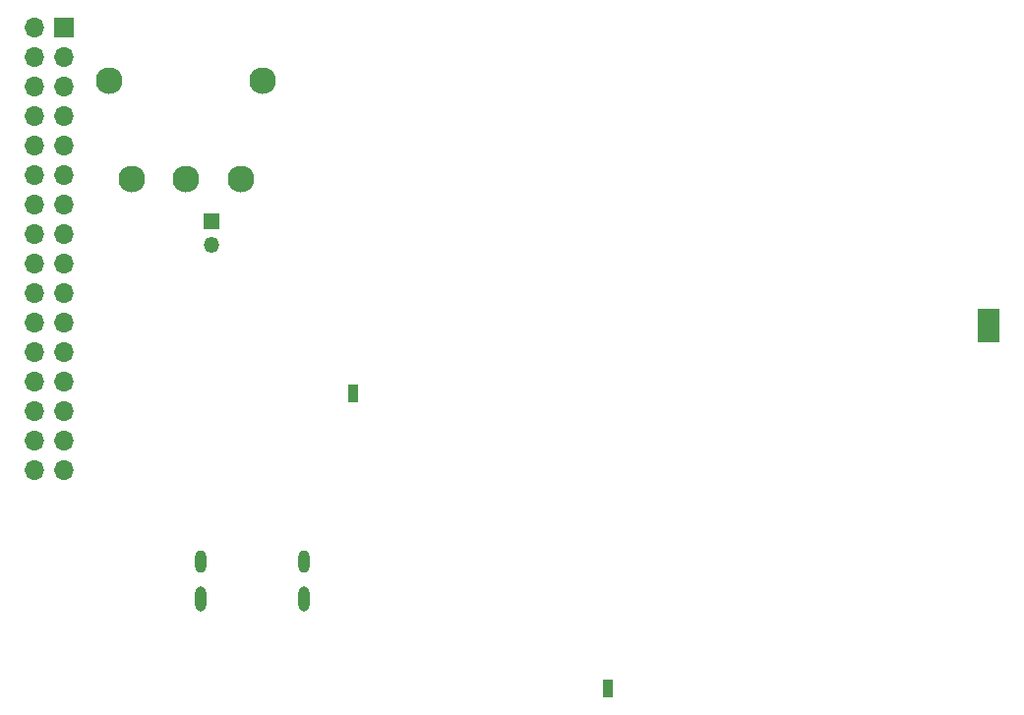
<source format=gbr>
%TF.GenerationSoftware,KiCad,Pcbnew,9.0.0*%
%TF.CreationDate,2025-03-23T18:55:35+02:00*%
%TF.ProjectId,EEE3088F Project,45454533-3038-4384-9620-50726f6a6563,rev?*%
%TF.SameCoordinates,Original*%
%TF.FileFunction,Copper,L2,Bot*%
%TF.FilePolarity,Positive*%
%FSLAX46Y46*%
G04 Gerber Fmt 4.6, Leading zero omitted, Abs format (unit mm)*
G04 Created by KiCad (PCBNEW 9.0.0) date 2025-03-23 18:55:35*
%MOMM*%
%LPD*%
G01*
G04 APERTURE LIST*
%TA.AperFunction,HeatsinkPad*%
%ADD10O,0.950000X1.950000*%
%TD*%
%TA.AperFunction,HeatsinkPad*%
%ADD11O,0.950000X2.150000*%
%TD*%
%TA.AperFunction,HeatsinkPad*%
%ADD12C,0.500000*%
%TD*%
%TA.AperFunction,HeatsinkPad*%
%ADD13R,1.900000X2.900000*%
%TD*%
%TA.AperFunction,HeatsinkPad*%
%ADD14C,0.600000*%
%TD*%
%TA.AperFunction,SMDPad,CuDef*%
%ADD15R,0.900000X1.600000*%
%TD*%
%TA.AperFunction,ComponentPad*%
%ADD16R,1.350000X1.350000*%
%TD*%
%TA.AperFunction,ComponentPad*%
%ADD17O,1.350000X1.350000*%
%TD*%
%TA.AperFunction,ComponentPad*%
%ADD18C,2.300000*%
%TD*%
%TA.AperFunction,ComponentPad*%
%ADD19R,1.700000X1.700000*%
%TD*%
%TA.AperFunction,ComponentPad*%
%ADD20O,1.700000X1.700000*%
%TD*%
G04 APERTURE END LIST*
D10*
%TO.P,J3,S1,SHIELD*%
%TO.N,unconnected-(J3-SHIELD-PadS1)*%
X79100000Y-107300000D03*
D11*
X79100000Y-110500000D03*
D10*
X88000000Y-107300000D03*
D11*
X88000000Y-110500000D03*
%TD*%
D12*
%TO.P,U1,9,EPAD*%
%TO.N,GND*%
X146207500Y-85775000D03*
X146207500Y-86975000D03*
X146207500Y-88175000D03*
D13*
X146907500Y-86975000D03*
D12*
X147607500Y-85775000D03*
X147607500Y-86975000D03*
X147607500Y-88175000D03*
%TD*%
D14*
%TO.P,U2,9,PAD*%
%TO.N,GND*%
X92162500Y-92305000D03*
D15*
X92162500Y-92805000D03*
D14*
X92162500Y-93305000D03*
%TD*%
D16*
%TO.P,J2,1,Pin_1*%
%TO.N,GND*%
X80000000Y-78000000D03*
D17*
%TO.P,J2,2,Pin_2*%
%TO.N,Net-(J2-Pin_2)*%
X80000000Y-80000000D03*
%TD*%
D18*
%TO.P,SWPwr1,1,A*%
%TO.N,/RSense+*%
X73125000Y-74332000D03*
%TO.P,SWPwr1,2,B*%
%TO.N,Net-(J2-Pin_2)*%
X77825000Y-74332000D03*
%TO.P,SWPwr1,3,C*%
%TO.N,unconnected-(SWPwr1-C-Pad3)*%
X82525000Y-74332000D03*
%TO.P,SWPwr1,4*%
%TO.N,N/C*%
X84425000Y-65932000D03*
%TO.P,SWPwr1,5*%
X71225000Y-65932000D03*
%TD*%
D14*
%TO.P,U4,9,PAD*%
%TO.N,GND*%
X114107500Y-117735000D03*
D15*
X114107500Y-118235000D03*
D14*
X114107500Y-118735000D03*
%TD*%
D19*
%TO.P,J1,1,Pin_1*%
%TO.N,/MOTOR2_B_OUT*%
X67290000Y-61280000D03*
D20*
%TO.P,J1,2,Pin_2*%
%TO.N,/MOTOR2_A_OUT*%
X64750000Y-61280000D03*
%TO.P,J1,3,Pin_3*%
%TO.N,/MOTOR4_A_OUT*%
X67290000Y-63820000D03*
%TO.P,J1,4,Pin_4*%
%TO.N,/MOTOR2_CTRL1*%
X64750000Y-63820000D03*
%TO.P,J1,5,Pin_5*%
%TO.N,/MOTOR4_B_OUT*%
X67290000Y-66360000D03*
%TO.P,J1,6,Pin_6*%
%TO.N,/MOTOR2_CTRL2 *%
X64750000Y-66360000D03*
%TO.P,J1,7,Pin_7*%
%TO.N,unconnected-(J1-Pin_7-Pad7)*%
X67290000Y-68900000D03*
%TO.P,J1,8,Pin_8*%
%TO.N,/MOTOR4_CTRL1 *%
X64750000Y-68900000D03*
%TO.P,J1,9,Pin_9*%
%TO.N,unconnected-(J1-Pin_9-Pad9)*%
X67290000Y-71440000D03*
%TO.P,J1,10,Pin_10*%
%TO.N,/MOTOR4_CTRL2*%
X64750000Y-71440000D03*
%TO.P,J1,11,Pin_11*%
%TO.N,/FAST_CHRG_CNTRL*%
X67290000Y-73980000D03*
%TO.P,J1,12,Pin_12*%
%TO.N,unconnected-(J1-Pin_12-Pad12)*%
X64750000Y-73980000D03*
%TO.P,J1,13,Pin_13*%
%TO.N,unconnected-(J1-Pin_13-Pad13)*%
X67290000Y-76520000D03*
%TO.P,J1,14,Pin_14*%
%TO.N,unconnected-(J1-Pin_14-Pad14)*%
X64750000Y-76520000D03*
%TO.P,J1,15,Pin_15*%
%TO.N,unconnected-(J1-Pin_15-Pad15)*%
X67290000Y-79060000D03*
%TO.P,J1,16,Pin_16*%
%TO.N,/12C1_SCL*%
X64750000Y-79060000D03*
%TO.P,J1,17,Pin_17*%
%TO.N,/12C1_SDA*%
X67290000Y-81600000D03*
%TO.P,J1,18,Pin_18*%
%TO.N,unconnected-(J1-Pin_18-Pad18)*%
X64750000Y-81600000D03*
%TO.P,J1,19,Pin_19*%
%TO.N,unconnected-(J1-Pin_19-Pad19)*%
X67290000Y-84140000D03*
%TO.P,J1,20,Pin_20*%
%TO.N,unconnected-(J1-Pin_20-Pad20)*%
X64750000Y-84140000D03*
%TO.P,J1,21,Pin_21*%
%TO.N,unconnected-(J1-Pin_21-Pad21)*%
X67290000Y-86680000D03*
%TO.P,J1,22,Pin_22*%
%TO.N,unconnected-(J1-Pin_22-Pad22)*%
X64750000Y-86680000D03*
%TO.P,J1,23,Pin_23*%
%TO.N,unconnected-(J1-Pin_23-Pad23)*%
X67290000Y-89220000D03*
%TO.P,J1,24,Pin_24*%
%TO.N,/MOTOR3_CTRL1*%
X64750000Y-89220000D03*
%TO.P,J1,25,Pin_25*%
%TO.N,unconnected-(J1-Pin_25-Pad25)*%
X67290000Y-91760000D03*
%TO.P,J1,26,Pin_26*%
%TO.N,/MOTOR3_CTRL2*%
X64750000Y-91760000D03*
%TO.P,J1,27,Pin_27*%
%TO.N,/MOTOR3_A_OUT*%
X67290000Y-94300000D03*
%TO.P,J1,28,Pin_28*%
%TO.N,/MOTOR1_CTRL1*%
X64750000Y-94300000D03*
%TO.P,J1,29,Pin_29*%
%TO.N,/MOTOR3_B_OUT *%
X67290000Y-96840000D03*
%TO.P,J1,30,Pin_30*%
%TO.N,/MOTOR1_CTRL2*%
X64750000Y-96840000D03*
%TO.P,J1,31,Pin_31*%
%TO.N,/MOTOR1_B_OUT *%
X67290000Y-99380000D03*
%TO.P,J1,32,Pin_32*%
%TO.N,/MOTOR1_A_OUT*%
X64750000Y-99380000D03*
%TD*%
M02*

</source>
